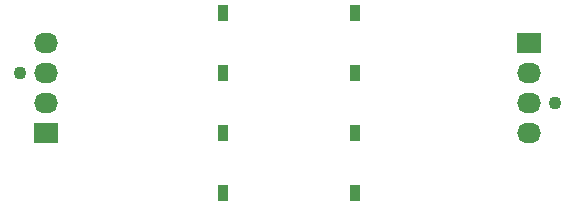
<source format=gbr>
%TF.GenerationSoftware,KiCad,Pcbnew,(7.0.0)*%
%TF.CreationDate,2024-01-25T20:54:54-05:00*%
%TF.ProjectId,BPF-Eval-Board,4250462d-4576-4616-9c2d-426f6172642e,rev?*%
%TF.SameCoordinates,Original*%
%TF.FileFunction,Soldermask,Top*%
%TF.FilePolarity,Negative*%
%FSLAX46Y46*%
G04 Gerber Fmt 4.6, Leading zero omitted, Abs format (unit mm)*
G04 Created by KiCad (PCBNEW (7.0.0)) date 2024-01-25 20:54:54*
%MOMM*%
%LPD*%
G01*
G04 APERTURE LIST*
%ADD10C,1.100000*%
%ADD11R,2.030000X1.730000*%
%ADD12O,2.030000X1.730000*%
%ADD13R,0.889000X1.422400*%
G04 APERTURE END LIST*
D10*
%TO.C,REF\u002A\u002A*%
X127080000Y-91440000D03*
D11*
X129239999Y-96519999D03*
D12*
X129239999Y-93979999D03*
X129239999Y-91439999D03*
X129239999Y-88899999D03*
%TD*%
D10*
%TO.C,REF\u002A\u002A*%
X172340000Y-93980000D03*
D11*
X170179999Y-88899999D03*
D12*
X170179999Y-91439999D03*
X170179999Y-93979999D03*
X170179999Y-96519999D03*
%TD*%
D13*
%TO.C,REF\u002A\u002A*%
X144259299Y-86359999D03*
X144259299Y-91439999D03*
X144259299Y-96519999D03*
X144259299Y-101599999D03*
X155460699Y-101599999D03*
X155460699Y-96519999D03*
X155460699Y-91439999D03*
X155460699Y-86359999D03*
%TD*%
M02*

</source>
